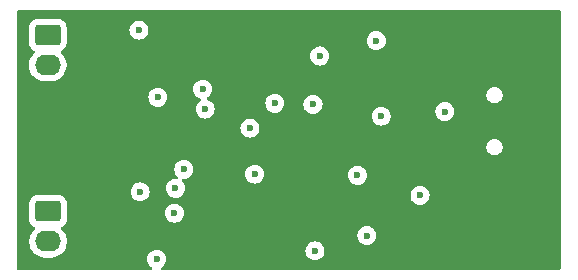
<source format=gbr>
%TF.GenerationSoftware,KiCad,Pcbnew,8.0.6*%
%TF.CreationDate,2025-02-16T10:37:52+01:00*%
%TF.ProjectId,USBTempLogger,55534254-656d-4704-9c6f-676765722e6b,rev?*%
%TF.SameCoordinates,Original*%
%TF.FileFunction,Copper,L3,Inr*%
%TF.FilePolarity,Positive*%
%FSLAX46Y46*%
G04 Gerber Fmt 4.6, Leading zero omitted, Abs format (unit mm)*
G04 Created by KiCad (PCBNEW 8.0.6) date 2025-02-16 10:37:52*
%MOMM*%
%LPD*%
G01*
G04 APERTURE LIST*
G04 Aperture macros list*
%AMRoundRect*
0 Rectangle with rounded corners*
0 $1 Rounding radius*
0 $2 $3 $4 $5 $6 $7 $8 $9 X,Y pos of 4 corners*
0 Add a 4 corners polygon primitive as box body*
4,1,4,$2,$3,$4,$5,$6,$7,$8,$9,$2,$3,0*
0 Add four circle primitives for the rounded corners*
1,1,$1+$1,$2,$3*
1,1,$1+$1,$4,$5*
1,1,$1+$1,$6,$7*
1,1,$1+$1,$8,$9*
0 Add four rect primitives between the rounded corners*
20,1,$1+$1,$2,$3,$4,$5,0*
20,1,$1+$1,$4,$5,$6,$7,0*
20,1,$1+$1,$6,$7,$8,$9,0*
20,1,$1+$1,$8,$9,$2,$3,0*%
G04 Aperture macros list end*
%TA.AperFunction,ComponentPad*%
%ADD10RoundRect,0.250000X-0.845000X0.620000X-0.845000X-0.620000X0.845000X-0.620000X0.845000X0.620000X0*%
%TD*%
%TA.AperFunction,ComponentPad*%
%ADD11O,2.190000X1.740000*%
%TD*%
%TA.AperFunction,ViaPad*%
%ADD12C,0.600000*%
%TD*%
G04 APERTURE END LIST*
D10*
%TO.N,Net-(IC2-T-)*%
%TO.C,J4*%
X140100000Y-102560000D03*
D11*
%TO.N,Net-(IC2-T+)*%
X140100000Y-105100000D03*
%TD*%
D10*
%TO.N,Net-(IC1-T-)*%
%TO.C,J1*%
X140080000Y-87630000D03*
D11*
%TO.N,Net-(IC1-T+)*%
X140080000Y-90170000D03*
%TD*%
D12*
%TO.N,GNDD*%
X171600000Y-101200000D03*
X167900000Y-88100000D03*
X147800000Y-87200000D03*
X149400000Y-92900000D03*
X153200000Y-92200000D03*
X162700000Y-105900000D03*
X162536500Y-93502601D03*
X159300000Y-93400000D03*
X168307485Y-94495657D03*
X167100000Y-104600000D03*
X153400000Y-93900000D03*
X151600000Y-99000000D03*
X147900000Y-100900000D03*
X173700000Y-94100000D03*
X149300000Y-106600000D03*
X157200000Y-95500000D03*
X166300000Y-99500000D03*
%TO.N,+3V3*%
X147800000Y-104700000D03*
X147700000Y-90900000D03*
X155400000Y-97000000D03*
X155400000Y-100200000D03*
X146000000Y-92800000D03*
X157500000Y-91900000D03*
X156800000Y-91900000D03*
X145800000Y-106600000D03*
X164800000Y-103200000D03*
X169500000Y-99100000D03*
X155100000Y-99000000D03*
X165300000Y-104900000D03*
%TO.N,NRST*%
X163100000Y-89400000D03*
X157600000Y-99400000D03*
%TO.N,SCK*%
X150800000Y-102700000D03*
X150890500Y-100600000D03*
%TD*%
%TA.AperFunction,Conductor*%
%TO.N,+3V3*%
G36*
X183442539Y-85520185D02*
G01*
X183488294Y-85572989D01*
X183499500Y-85624500D01*
X183499500Y-107375500D01*
X183479815Y-107442539D01*
X183427011Y-107488294D01*
X183375500Y-107499500D01*
X149803476Y-107499500D01*
X149736437Y-107479815D01*
X149690682Y-107427011D01*
X149680738Y-107357853D01*
X149709763Y-107294297D01*
X149737504Y-107270506D01*
X149802262Y-107229816D01*
X149929816Y-107102262D01*
X150025789Y-106949522D01*
X150085368Y-106779255D01*
X150093671Y-106705565D01*
X150105565Y-106600003D01*
X150105565Y-106599996D01*
X150085369Y-106420750D01*
X150085368Y-106420745D01*
X150025789Y-106250478D01*
X150025188Y-106249522D01*
X149929815Y-106097737D01*
X149802262Y-105970184D01*
X149690559Y-105899996D01*
X161894435Y-105899996D01*
X161894435Y-105900003D01*
X161914630Y-106079249D01*
X161914631Y-106079254D01*
X161974211Y-106249523D01*
X162049969Y-106370090D01*
X162070184Y-106402262D01*
X162197738Y-106529816D01*
X162350478Y-106625789D01*
X162520745Y-106685368D01*
X162520750Y-106685369D01*
X162699996Y-106705565D01*
X162700000Y-106705565D01*
X162700004Y-106705565D01*
X162879249Y-106685369D01*
X162879252Y-106685368D01*
X162879255Y-106685368D01*
X163049522Y-106625789D01*
X163202262Y-106529816D01*
X163329816Y-106402262D01*
X163425789Y-106249522D01*
X163485368Y-106079255D01*
X163485369Y-106079249D01*
X163505565Y-105900003D01*
X163505565Y-105899996D01*
X163485369Y-105720750D01*
X163485368Y-105720745D01*
X163425788Y-105550476D01*
X163329815Y-105397737D01*
X163202262Y-105270184D01*
X163049523Y-105174211D01*
X162879254Y-105114631D01*
X162879249Y-105114630D01*
X162700004Y-105094435D01*
X162699996Y-105094435D01*
X162520750Y-105114630D01*
X162520745Y-105114631D01*
X162350476Y-105174211D01*
X162197737Y-105270184D01*
X162070184Y-105397737D01*
X161974211Y-105550476D01*
X161914631Y-105720745D01*
X161914630Y-105720750D01*
X161894435Y-105899996D01*
X149690559Y-105899996D01*
X149649523Y-105874211D01*
X149479254Y-105814631D01*
X149479249Y-105814630D01*
X149300004Y-105794435D01*
X149299996Y-105794435D01*
X149120750Y-105814630D01*
X149120745Y-105814631D01*
X148950476Y-105874211D01*
X148797737Y-105970184D01*
X148670184Y-106097737D01*
X148574211Y-106250476D01*
X148514631Y-106420745D01*
X148514630Y-106420750D01*
X148494435Y-106599996D01*
X148494435Y-106600003D01*
X148514630Y-106779249D01*
X148514631Y-106779254D01*
X148574211Y-106949523D01*
X148670184Y-107102262D01*
X148797738Y-107229816D01*
X148862496Y-107270506D01*
X148908787Y-107322841D01*
X148919435Y-107391894D01*
X148891060Y-107455743D01*
X148832670Y-107494115D01*
X148796524Y-107499500D01*
X137624500Y-107499500D01*
X137557461Y-107479815D01*
X137511706Y-107427011D01*
X137500500Y-107375500D01*
X137500500Y-101889983D01*
X138504500Y-101889983D01*
X138504500Y-103230001D01*
X138504501Y-103230018D01*
X138515000Y-103332796D01*
X138515001Y-103332799D01*
X138565558Y-103485368D01*
X138570186Y-103499334D01*
X138662288Y-103648656D01*
X138786344Y-103772712D01*
X138935666Y-103864814D01*
X138935668Y-103864814D01*
X138935669Y-103864815D01*
X138936348Y-103865132D01*
X138936735Y-103865473D01*
X138941813Y-103868605D01*
X138941277Y-103869472D01*
X138988787Y-103911304D01*
X139007939Y-103978498D01*
X138987723Y-104045379D01*
X138971625Y-104065195D01*
X138829640Y-104207180D01*
X138702843Y-104381700D01*
X138604909Y-104573908D01*
X138538245Y-104779077D01*
X138504500Y-104992133D01*
X138504500Y-105207866D01*
X138532614Y-105385368D01*
X138538246Y-105420926D01*
X138604908Y-105626089D01*
X138702843Y-105818299D01*
X138829641Y-105992821D01*
X138982179Y-106145359D01*
X139156701Y-106272157D01*
X139348911Y-106370092D01*
X139554074Y-106436754D01*
X139633973Y-106449408D01*
X139767134Y-106470500D01*
X139767139Y-106470500D01*
X140432866Y-106470500D01*
X140551230Y-106451752D01*
X140645926Y-106436754D01*
X140851089Y-106370092D01*
X141043299Y-106272157D01*
X141217821Y-106145359D01*
X141370359Y-105992821D01*
X141497157Y-105818299D01*
X141595092Y-105626089D01*
X141661754Y-105420926D01*
X141692023Y-105229815D01*
X141695500Y-105207866D01*
X141695500Y-104992133D01*
X141673002Y-104850095D01*
X141661754Y-104779074D01*
X141603568Y-104599996D01*
X166294435Y-104599996D01*
X166294435Y-104600003D01*
X166314630Y-104779249D01*
X166314631Y-104779254D01*
X166374211Y-104949523D01*
X166400985Y-104992133D01*
X166470184Y-105102262D01*
X166597738Y-105229816D01*
X166750478Y-105325789D01*
X166920745Y-105385368D01*
X166920750Y-105385369D01*
X167099996Y-105405565D01*
X167100000Y-105405565D01*
X167100004Y-105405565D01*
X167279249Y-105385369D01*
X167279252Y-105385368D01*
X167279255Y-105385368D01*
X167449522Y-105325789D01*
X167602262Y-105229816D01*
X167729816Y-105102262D01*
X167825789Y-104949522D01*
X167885368Y-104779255D01*
X167885388Y-104779077D01*
X167905565Y-104600003D01*
X167905565Y-104599996D01*
X167885369Y-104420750D01*
X167885368Y-104420745D01*
X167871706Y-104381701D01*
X167825789Y-104250478D01*
X167729816Y-104097738D01*
X167602262Y-103970184D01*
X167531858Y-103925946D01*
X167449523Y-103874211D01*
X167279254Y-103814631D01*
X167279249Y-103814630D01*
X167100004Y-103794435D01*
X167099996Y-103794435D01*
X166920750Y-103814630D01*
X166920745Y-103814631D01*
X166750476Y-103874211D01*
X166597737Y-103970184D01*
X166470184Y-104097737D01*
X166374211Y-104250476D01*
X166314631Y-104420745D01*
X166314630Y-104420750D01*
X166294435Y-104599996D01*
X141603568Y-104599996D01*
X141595092Y-104573911D01*
X141497157Y-104381701D01*
X141370359Y-104207179D01*
X141228375Y-104065195D01*
X141194890Y-104003872D01*
X141199874Y-103934180D01*
X141241746Y-103878247D01*
X141263657Y-103865129D01*
X141264322Y-103864817D01*
X141264334Y-103864814D01*
X141413656Y-103772712D01*
X141537712Y-103648656D01*
X141629814Y-103499334D01*
X141684999Y-103332797D01*
X141695500Y-103230009D01*
X141695500Y-102699996D01*
X149994435Y-102699996D01*
X149994435Y-102700003D01*
X150014630Y-102879249D01*
X150014631Y-102879254D01*
X150074211Y-103049523D01*
X150170184Y-103202262D01*
X150297738Y-103329816D01*
X150450478Y-103425789D01*
X150620745Y-103485368D01*
X150620750Y-103485369D01*
X150799996Y-103505565D01*
X150800000Y-103505565D01*
X150800004Y-103505565D01*
X150979249Y-103485369D01*
X150979252Y-103485368D01*
X150979255Y-103485368D01*
X151149522Y-103425789D01*
X151302262Y-103329816D01*
X151429816Y-103202262D01*
X151525789Y-103049522D01*
X151585368Y-102879255D01*
X151605565Y-102700000D01*
X151585368Y-102520745D01*
X151525789Y-102350478D01*
X151429816Y-102197738D01*
X151302262Y-102070184D01*
X151199422Y-102005565D01*
X151149523Y-101974211D01*
X150979254Y-101914631D01*
X150979249Y-101914630D01*
X150800004Y-101894435D01*
X150799996Y-101894435D01*
X150620750Y-101914630D01*
X150620745Y-101914631D01*
X150450476Y-101974211D01*
X150297737Y-102070184D01*
X150170184Y-102197737D01*
X150074211Y-102350476D01*
X150014631Y-102520745D01*
X150014630Y-102520750D01*
X149994435Y-102699996D01*
X141695500Y-102699996D01*
X141695499Y-101889992D01*
X141684999Y-101787203D01*
X141629814Y-101620666D01*
X141537712Y-101471344D01*
X141413656Y-101347288D01*
X141264334Y-101255186D01*
X141097797Y-101200001D01*
X141097795Y-101200000D01*
X140995010Y-101189500D01*
X139204998Y-101189500D01*
X139204981Y-101189501D01*
X139102203Y-101200000D01*
X139102200Y-101200001D01*
X138935668Y-101255185D01*
X138935663Y-101255187D01*
X138786342Y-101347289D01*
X138662289Y-101471342D01*
X138570187Y-101620663D01*
X138570185Y-101620668D01*
X138543148Y-101702262D01*
X138515001Y-101787203D01*
X138515001Y-101787204D01*
X138515000Y-101787204D01*
X138504500Y-101889983D01*
X137500500Y-101889983D01*
X137500500Y-100899996D01*
X147094435Y-100899996D01*
X147094435Y-100900003D01*
X147114630Y-101079249D01*
X147114631Y-101079254D01*
X147174211Y-101249523D01*
X147235642Y-101347289D01*
X147270184Y-101402262D01*
X147397738Y-101529816D01*
X147488080Y-101586582D01*
X147542324Y-101620666D01*
X147550478Y-101625789D01*
X147720745Y-101685368D01*
X147720750Y-101685369D01*
X147899996Y-101705565D01*
X147900000Y-101705565D01*
X147900004Y-101705565D01*
X148079249Y-101685369D01*
X148079252Y-101685368D01*
X148079255Y-101685368D01*
X148249522Y-101625789D01*
X148402262Y-101529816D01*
X148529816Y-101402262D01*
X148625789Y-101249522D01*
X148685368Y-101079255D01*
X148691960Y-101020750D01*
X148705565Y-100900003D01*
X148705565Y-100899996D01*
X148685369Y-100720750D01*
X148685368Y-100720745D01*
X148643116Y-100599996D01*
X150084935Y-100599996D01*
X150084935Y-100600003D01*
X150105130Y-100779249D01*
X150105131Y-100779254D01*
X150164711Y-100949523D01*
X150246224Y-101079249D01*
X150260684Y-101102262D01*
X150388238Y-101229816D01*
X150540978Y-101325789D01*
X150693758Y-101379249D01*
X150711245Y-101385368D01*
X150711250Y-101385369D01*
X150890496Y-101405565D01*
X150890500Y-101405565D01*
X150890504Y-101405565D01*
X151069749Y-101385369D01*
X151069752Y-101385368D01*
X151069755Y-101385368D01*
X151240022Y-101325789D01*
X151392762Y-101229816D01*
X151422582Y-101199996D01*
X170794435Y-101199996D01*
X170794435Y-101200003D01*
X170814630Y-101379249D01*
X170814631Y-101379254D01*
X170874211Y-101549523D01*
X170959569Y-101685368D01*
X170970184Y-101702262D01*
X171097738Y-101829816D01*
X171188080Y-101886582D01*
X171232721Y-101914632D01*
X171250478Y-101925789D01*
X171388860Y-101974211D01*
X171420745Y-101985368D01*
X171420750Y-101985369D01*
X171599996Y-102005565D01*
X171600000Y-102005565D01*
X171600004Y-102005565D01*
X171779249Y-101985369D01*
X171779252Y-101985368D01*
X171779255Y-101985368D01*
X171949522Y-101925789D01*
X172102262Y-101829816D01*
X172229816Y-101702262D01*
X172325789Y-101549522D01*
X172385368Y-101379255D01*
X172391392Y-101325789D01*
X172405565Y-101200003D01*
X172405565Y-101199996D01*
X172385369Y-101020750D01*
X172385368Y-101020745D01*
X172360446Y-100949522D01*
X172325789Y-100850478D01*
X172229816Y-100697738D01*
X172102262Y-100570184D01*
X172070897Y-100550476D01*
X171949523Y-100474211D01*
X171779254Y-100414631D01*
X171779249Y-100414630D01*
X171600004Y-100394435D01*
X171599996Y-100394435D01*
X171420750Y-100414630D01*
X171420745Y-100414631D01*
X171250476Y-100474211D01*
X171097737Y-100570184D01*
X170970184Y-100697737D01*
X170874211Y-100850476D01*
X170814631Y-101020745D01*
X170814630Y-101020750D01*
X170794435Y-101199996D01*
X151422582Y-101199996D01*
X151520316Y-101102262D01*
X151616289Y-100949522D01*
X151675868Y-100779255D01*
X151682460Y-100720750D01*
X151696065Y-100600003D01*
X151696065Y-100599996D01*
X151675869Y-100420750D01*
X151675868Y-100420745D01*
X151673728Y-100414630D01*
X151616289Y-100250478D01*
X151520316Y-100097738D01*
X151431503Y-100008925D01*
X151398018Y-99947602D01*
X151403002Y-99877910D01*
X151444874Y-99821977D01*
X151510338Y-99797560D01*
X151533067Y-99798024D01*
X151599996Y-99805565D01*
X151600000Y-99805565D01*
X151600004Y-99805565D01*
X151779249Y-99785369D01*
X151779252Y-99785368D01*
X151779255Y-99785368D01*
X151949522Y-99725789D01*
X152102262Y-99629816D01*
X152229816Y-99502262D01*
X152294074Y-99399996D01*
X156794435Y-99399996D01*
X156794435Y-99400003D01*
X156814630Y-99579249D01*
X156814631Y-99579254D01*
X156874211Y-99749523D01*
X156937045Y-99849522D01*
X156970184Y-99902262D01*
X157097738Y-100029816D01*
X157188080Y-100086582D01*
X157232721Y-100114632D01*
X157250478Y-100125789D01*
X157261984Y-100129815D01*
X157420745Y-100185368D01*
X157420750Y-100185369D01*
X157599996Y-100205565D01*
X157600000Y-100205565D01*
X157600004Y-100205565D01*
X157779249Y-100185369D01*
X157779252Y-100185368D01*
X157779255Y-100185368D01*
X157949522Y-100125789D01*
X158102262Y-100029816D01*
X158229816Y-99902262D01*
X158325789Y-99749522D01*
X158385368Y-99579255D01*
X158394043Y-99502262D01*
X158394298Y-99499996D01*
X165494435Y-99499996D01*
X165494435Y-99500003D01*
X165514630Y-99679249D01*
X165514631Y-99679254D01*
X165574211Y-99849523D01*
X165635839Y-99947602D01*
X165670184Y-100002262D01*
X165797738Y-100129816D01*
X165950478Y-100225789D01*
X166077352Y-100270184D01*
X166120745Y-100285368D01*
X166120750Y-100285369D01*
X166299996Y-100305565D01*
X166300000Y-100305565D01*
X166300004Y-100305565D01*
X166479249Y-100285369D01*
X166479252Y-100285368D01*
X166479255Y-100285368D01*
X166649522Y-100225789D01*
X166802262Y-100129816D01*
X166929816Y-100002262D01*
X167025789Y-99849522D01*
X167085368Y-99679255D01*
X167088394Y-99652397D01*
X167105565Y-99500003D01*
X167105565Y-99499996D01*
X167085369Y-99320750D01*
X167085368Y-99320745D01*
X167050376Y-99220745D01*
X167025789Y-99150478D01*
X166929816Y-98997738D01*
X166802262Y-98870184D01*
X166649523Y-98774211D01*
X166479254Y-98714631D01*
X166479249Y-98714630D01*
X166300004Y-98694435D01*
X166299996Y-98694435D01*
X166120750Y-98714630D01*
X166120745Y-98714631D01*
X165950476Y-98774211D01*
X165797737Y-98870184D01*
X165670184Y-98997737D01*
X165574211Y-99150476D01*
X165514631Y-99320745D01*
X165514630Y-99320750D01*
X165494435Y-99499996D01*
X158394298Y-99499996D01*
X158405565Y-99400003D01*
X158405565Y-99399996D01*
X158385369Y-99220750D01*
X158385368Y-99220745D01*
X158370848Y-99179249D01*
X158325789Y-99050478D01*
X158229816Y-98897738D01*
X158102262Y-98770184D01*
X158013852Y-98714632D01*
X157949523Y-98674211D01*
X157779254Y-98614631D01*
X157779249Y-98614630D01*
X157600004Y-98594435D01*
X157599996Y-98594435D01*
X157420750Y-98614630D01*
X157420745Y-98614631D01*
X157250476Y-98674211D01*
X157097737Y-98770184D01*
X156970184Y-98897737D01*
X156874211Y-99050476D01*
X156814631Y-99220745D01*
X156814630Y-99220750D01*
X156794435Y-99399996D01*
X152294074Y-99399996D01*
X152325789Y-99349522D01*
X152385368Y-99179255D01*
X152385369Y-99179249D01*
X152405565Y-99000003D01*
X152405565Y-98999996D01*
X152385369Y-98820750D01*
X152385368Y-98820745D01*
X152341170Y-98694435D01*
X152325789Y-98650478D01*
X152303265Y-98614632D01*
X152229815Y-98497737D01*
X152102262Y-98370184D01*
X151949523Y-98274211D01*
X151779254Y-98214631D01*
X151779249Y-98214630D01*
X151600004Y-98194435D01*
X151599996Y-98194435D01*
X151420750Y-98214630D01*
X151420745Y-98214631D01*
X151250476Y-98274211D01*
X151097737Y-98370184D01*
X150970184Y-98497737D01*
X150874211Y-98650476D01*
X150814631Y-98820745D01*
X150814630Y-98820750D01*
X150794435Y-98999996D01*
X150794435Y-99000003D01*
X150814630Y-99179249D01*
X150814631Y-99179254D01*
X150874211Y-99349523D01*
X150970184Y-99502262D01*
X151058996Y-99591074D01*
X151092481Y-99652397D01*
X151087497Y-99722089D01*
X151045625Y-99778022D01*
X150980161Y-99802439D01*
X150957433Y-99801976D01*
X150918235Y-99797560D01*
X150890500Y-99794435D01*
X150890498Y-99794435D01*
X150890497Y-99794435D01*
X150890496Y-99794435D01*
X150711250Y-99814630D01*
X150711245Y-99814631D01*
X150540976Y-99874211D01*
X150388237Y-99970184D01*
X150260684Y-100097737D01*
X150164711Y-100250476D01*
X150105131Y-100420745D01*
X150105130Y-100420750D01*
X150084935Y-100599996D01*
X148643116Y-100599996D01*
X148625789Y-100550478D01*
X148529816Y-100397738D01*
X148402262Y-100270184D01*
X148331608Y-100225789D01*
X148249523Y-100174211D01*
X148079254Y-100114631D01*
X148079249Y-100114630D01*
X147900004Y-100094435D01*
X147899996Y-100094435D01*
X147720750Y-100114630D01*
X147720745Y-100114631D01*
X147550476Y-100174211D01*
X147397737Y-100270184D01*
X147270184Y-100397737D01*
X147174211Y-100550476D01*
X147114631Y-100720745D01*
X147114630Y-100720750D01*
X147094435Y-100899996D01*
X137500500Y-100899996D01*
X137500500Y-97168995D01*
X177199499Y-97168995D01*
X177226418Y-97304322D01*
X177226421Y-97304332D01*
X177279221Y-97431804D01*
X177279228Y-97431817D01*
X177355885Y-97546541D01*
X177355888Y-97546545D01*
X177453454Y-97644111D01*
X177453458Y-97644114D01*
X177568182Y-97720771D01*
X177568195Y-97720778D01*
X177695667Y-97773578D01*
X177695672Y-97773580D01*
X177695676Y-97773580D01*
X177695677Y-97773581D01*
X177831004Y-97800500D01*
X177831007Y-97800500D01*
X177968995Y-97800500D01*
X178060041Y-97782389D01*
X178104328Y-97773580D01*
X178231811Y-97720775D01*
X178346542Y-97644114D01*
X178444114Y-97546542D01*
X178520775Y-97431811D01*
X178573580Y-97304328D01*
X178600500Y-97168993D01*
X178600500Y-97031007D01*
X178600500Y-97031004D01*
X178573581Y-96895677D01*
X178573580Y-96895676D01*
X178573580Y-96895672D01*
X178573578Y-96895667D01*
X178520778Y-96768195D01*
X178520771Y-96768182D01*
X178444114Y-96653458D01*
X178444111Y-96653454D01*
X178346545Y-96555888D01*
X178346541Y-96555885D01*
X178231817Y-96479228D01*
X178231804Y-96479221D01*
X178104332Y-96426421D01*
X178104322Y-96426418D01*
X177968995Y-96399500D01*
X177968993Y-96399500D01*
X177831007Y-96399500D01*
X177831005Y-96399500D01*
X177695677Y-96426418D01*
X177695667Y-96426421D01*
X177568195Y-96479221D01*
X177568182Y-96479228D01*
X177453458Y-96555885D01*
X177453454Y-96555888D01*
X177355888Y-96653454D01*
X177355885Y-96653458D01*
X177279228Y-96768182D01*
X177279221Y-96768195D01*
X177226421Y-96895667D01*
X177226418Y-96895677D01*
X177199500Y-97031004D01*
X177199500Y-97031007D01*
X177199500Y-97168993D01*
X177199500Y-97168995D01*
X177199499Y-97168995D01*
X137500500Y-97168995D01*
X137500500Y-95499996D01*
X156394435Y-95499996D01*
X156394435Y-95500003D01*
X156414630Y-95679249D01*
X156414631Y-95679254D01*
X156474211Y-95849523D01*
X156570184Y-96002262D01*
X156697738Y-96129816D01*
X156850478Y-96225789D01*
X157020745Y-96285368D01*
X157020750Y-96285369D01*
X157199996Y-96305565D01*
X157200000Y-96305565D01*
X157200004Y-96305565D01*
X157379249Y-96285369D01*
X157379252Y-96285368D01*
X157379255Y-96285368D01*
X157549522Y-96225789D01*
X157702262Y-96129816D01*
X157829816Y-96002262D01*
X157925789Y-95849522D01*
X157985368Y-95679255D01*
X158005565Y-95500000D01*
X157985368Y-95320745D01*
X157925789Y-95150478D01*
X157829816Y-94997738D01*
X157702262Y-94870184D01*
X157549523Y-94774211D01*
X157379254Y-94714631D01*
X157379249Y-94714630D01*
X157200004Y-94694435D01*
X157199996Y-94694435D01*
X157020750Y-94714630D01*
X157020745Y-94714631D01*
X156850476Y-94774211D01*
X156697737Y-94870184D01*
X156570184Y-94997737D01*
X156474211Y-95150476D01*
X156414631Y-95320745D01*
X156414630Y-95320750D01*
X156394435Y-95499996D01*
X137500500Y-95499996D01*
X137500500Y-92899996D01*
X148594435Y-92899996D01*
X148594435Y-92900003D01*
X148614630Y-93079249D01*
X148614631Y-93079254D01*
X148674211Y-93249523D01*
X148752558Y-93374211D01*
X148770184Y-93402262D01*
X148897738Y-93529816D01*
X148976410Y-93579249D01*
X149005833Y-93597737D01*
X149050478Y-93625789D01*
X149210691Y-93681850D01*
X149220745Y-93685368D01*
X149220750Y-93685369D01*
X149399996Y-93705565D01*
X149400000Y-93705565D01*
X149400004Y-93705565D01*
X149579249Y-93685369D01*
X149579252Y-93685368D01*
X149579255Y-93685368D01*
X149749522Y-93625789D01*
X149902262Y-93529816D01*
X150029816Y-93402262D01*
X150125789Y-93249522D01*
X150185368Y-93079255D01*
X150185369Y-93079249D01*
X150205565Y-92900003D01*
X150205565Y-92899996D01*
X150185369Y-92720750D01*
X150185368Y-92720745D01*
X150184138Y-92717231D01*
X150125789Y-92550478D01*
X150125188Y-92549522D01*
X150029815Y-92397737D01*
X149902262Y-92270184D01*
X149790559Y-92199996D01*
X152394435Y-92199996D01*
X152394435Y-92200003D01*
X152414630Y-92379249D01*
X152414631Y-92379254D01*
X152474211Y-92549523D01*
X152525411Y-92631007D01*
X152570184Y-92702262D01*
X152697738Y-92829816D01*
X152850478Y-92925789D01*
X152975006Y-92969363D01*
X152989843Y-92974555D01*
X153046619Y-93015277D01*
X153072366Y-93080230D01*
X153058910Y-93148792D01*
X153014860Y-93196591D01*
X152897737Y-93270184D01*
X152770184Y-93397737D01*
X152674211Y-93550476D01*
X152614631Y-93720745D01*
X152614630Y-93720750D01*
X152594435Y-93899996D01*
X152594435Y-93900003D01*
X152614630Y-94079249D01*
X152614631Y-94079254D01*
X152674211Y-94249523D01*
X152770184Y-94402262D01*
X152897738Y-94529816D01*
X153050478Y-94625789D01*
X153220745Y-94685368D01*
X153220750Y-94685369D01*
X153399996Y-94705565D01*
X153400000Y-94705565D01*
X153400004Y-94705565D01*
X153579249Y-94685369D01*
X153579252Y-94685368D01*
X153579255Y-94685368D01*
X153749522Y-94625789D01*
X153902262Y-94529816D01*
X153936425Y-94495653D01*
X167501920Y-94495653D01*
X167501920Y-94495660D01*
X167522115Y-94674906D01*
X167522116Y-94674911D01*
X167581696Y-94845180D01*
X167606948Y-94885368D01*
X167677669Y-94997919D01*
X167805223Y-95125473D01*
X167957963Y-95221446D01*
X168128230Y-95281025D01*
X168128235Y-95281026D01*
X168307481Y-95301222D01*
X168307485Y-95301222D01*
X168307489Y-95301222D01*
X168486734Y-95281026D01*
X168486737Y-95281025D01*
X168486740Y-95281025D01*
X168657007Y-95221446D01*
X168809747Y-95125473D01*
X168937301Y-94997919D01*
X169033274Y-94845179D01*
X169092853Y-94674912D01*
X169101039Y-94602262D01*
X169113050Y-94495660D01*
X169113050Y-94495653D01*
X169092854Y-94316407D01*
X169092853Y-94316402D01*
X169054069Y-94205565D01*
X169033274Y-94146135D01*
X169024654Y-94132417D01*
X169004283Y-94099996D01*
X172894435Y-94099996D01*
X172894435Y-94100003D01*
X172914630Y-94279249D01*
X172914631Y-94279254D01*
X172974211Y-94449523D01*
X173003201Y-94495660D01*
X173070184Y-94602262D01*
X173197738Y-94729816D01*
X173350478Y-94825789D01*
X173477352Y-94870184D01*
X173520745Y-94885368D01*
X173520750Y-94885369D01*
X173699996Y-94905565D01*
X173700000Y-94905565D01*
X173700004Y-94905565D01*
X173879249Y-94885369D01*
X173879252Y-94885368D01*
X173879255Y-94885368D01*
X174049522Y-94825789D01*
X174202262Y-94729816D01*
X174329816Y-94602262D01*
X174425789Y-94449522D01*
X174485368Y-94279255D01*
X174493671Y-94205565D01*
X174505565Y-94100003D01*
X174505565Y-94099996D01*
X174485369Y-93920750D01*
X174485368Y-93920745D01*
X174425789Y-93750478D01*
X174425188Y-93749522D01*
X174382667Y-93681850D01*
X174329816Y-93597738D01*
X174202262Y-93470184D01*
X174049523Y-93374211D01*
X173879254Y-93314631D01*
X173879249Y-93314630D01*
X173700004Y-93294435D01*
X173699996Y-93294435D01*
X173520750Y-93314630D01*
X173520745Y-93314631D01*
X173350476Y-93374211D01*
X173197737Y-93470184D01*
X173070184Y-93597737D01*
X172974211Y-93750476D01*
X172914631Y-93920745D01*
X172914630Y-93920750D01*
X172894435Y-94099996D01*
X169004283Y-94099996D01*
X168937300Y-93993394D01*
X168809747Y-93865841D01*
X168657008Y-93769868D01*
X168486739Y-93710288D01*
X168486734Y-93710287D01*
X168307489Y-93690092D01*
X168307481Y-93690092D01*
X168128235Y-93710287D01*
X168128230Y-93710288D01*
X167957961Y-93769868D01*
X167805222Y-93865841D01*
X167677669Y-93993394D01*
X167581696Y-94146133D01*
X167522116Y-94316402D01*
X167522115Y-94316407D01*
X167501920Y-94495653D01*
X153936425Y-94495653D01*
X154029816Y-94402262D01*
X154125789Y-94249522D01*
X154185368Y-94079255D01*
X154185369Y-94079249D01*
X154205565Y-93900003D01*
X154205565Y-93899996D01*
X154185369Y-93720750D01*
X154185368Y-93720745D01*
X154142326Y-93597738D01*
X154125789Y-93550478D01*
X154031235Y-93399996D01*
X158494435Y-93399996D01*
X158494435Y-93400003D01*
X158514630Y-93579249D01*
X158514631Y-93579254D01*
X158574211Y-93749523D01*
X158638680Y-93852124D01*
X158670184Y-93902262D01*
X158797738Y-94029816D01*
X158950478Y-94125789D01*
X158969420Y-94132417D01*
X159120745Y-94185368D01*
X159120750Y-94185369D01*
X159299996Y-94205565D01*
X159300000Y-94205565D01*
X159300004Y-94205565D01*
X159479249Y-94185369D01*
X159479252Y-94185368D01*
X159479255Y-94185368D01*
X159649522Y-94125789D01*
X159802262Y-94029816D01*
X159929816Y-93902262D01*
X160025789Y-93749522D01*
X160085368Y-93579255D01*
X160085369Y-93579249D01*
X160094006Y-93502597D01*
X161730935Y-93502597D01*
X161730935Y-93502604D01*
X161751130Y-93681850D01*
X161751131Y-93681855D01*
X161810711Y-93852124D01*
X161899478Y-93993395D01*
X161906684Y-94004863D01*
X162034238Y-94132417D01*
X162186978Y-94228390D01*
X162247370Y-94249522D01*
X162357245Y-94287969D01*
X162357250Y-94287970D01*
X162536496Y-94308166D01*
X162536500Y-94308166D01*
X162536504Y-94308166D01*
X162715749Y-94287970D01*
X162715752Y-94287969D01*
X162715755Y-94287969D01*
X162886022Y-94228390D01*
X163038762Y-94132417D01*
X163166316Y-94004863D01*
X163262289Y-93852123D01*
X163321868Y-93681856D01*
X163321869Y-93681850D01*
X163342065Y-93502604D01*
X163342065Y-93502597D01*
X163321869Y-93323351D01*
X163321868Y-93323346D01*
X163296036Y-93249522D01*
X163262289Y-93153079D01*
X163259595Y-93148792D01*
X163186087Y-93031804D01*
X163166316Y-93000339D01*
X163038762Y-92872785D01*
X162886023Y-92776812D01*
X162863683Y-92768995D01*
X177199499Y-92768995D01*
X177226418Y-92904322D01*
X177226421Y-92904332D01*
X177279221Y-93031804D01*
X177279228Y-93031817D01*
X177355885Y-93146541D01*
X177355888Y-93146545D01*
X177453454Y-93244111D01*
X177453458Y-93244114D01*
X177568182Y-93320771D01*
X177568195Y-93320778D01*
X177695667Y-93373578D01*
X177695672Y-93373580D01*
X177695676Y-93373580D01*
X177695677Y-93373581D01*
X177831004Y-93400500D01*
X177831007Y-93400500D01*
X177968995Y-93400500D01*
X178060041Y-93382389D01*
X178104328Y-93373580D01*
X178231811Y-93320775D01*
X178346542Y-93244114D01*
X178444114Y-93146542D01*
X178520775Y-93031811D01*
X178573580Y-92904328D01*
X178588401Y-92829818D01*
X178600500Y-92768995D01*
X178600500Y-92631004D01*
X178573581Y-92495677D01*
X178573580Y-92495676D01*
X178573580Y-92495672D01*
X178533015Y-92397738D01*
X178520778Y-92368195D01*
X178520771Y-92368182D01*
X178444114Y-92253458D01*
X178444111Y-92253454D01*
X178346545Y-92155888D01*
X178346541Y-92155885D01*
X178231817Y-92079228D01*
X178231804Y-92079221D01*
X178104332Y-92026421D01*
X178104322Y-92026418D01*
X177968995Y-91999500D01*
X177968993Y-91999500D01*
X177831007Y-91999500D01*
X177831005Y-91999500D01*
X177695677Y-92026418D01*
X177695667Y-92026421D01*
X177568195Y-92079221D01*
X177568182Y-92079228D01*
X177453458Y-92155885D01*
X177453454Y-92155888D01*
X177355888Y-92253454D01*
X177355885Y-92253458D01*
X177279228Y-92368182D01*
X177279221Y-92368195D01*
X177226421Y-92495667D01*
X177226418Y-92495677D01*
X177199500Y-92631004D01*
X177199500Y-92631007D01*
X177199500Y-92768993D01*
X177199500Y-92768995D01*
X177199499Y-92768995D01*
X162863683Y-92768995D01*
X162715754Y-92717232D01*
X162715749Y-92717231D01*
X162536504Y-92697036D01*
X162536496Y-92697036D01*
X162357250Y-92717231D01*
X162357245Y-92717232D01*
X162186976Y-92776812D01*
X162034237Y-92872785D01*
X161906684Y-93000338D01*
X161810711Y-93153077D01*
X161751131Y-93323346D01*
X161751130Y-93323351D01*
X161730935Y-93502597D01*
X160094006Y-93502597D01*
X160105565Y-93400003D01*
X160105565Y-93399996D01*
X160085369Y-93220750D01*
X160085368Y-93220745D01*
X160061690Y-93153077D01*
X160025789Y-93050478D01*
X160014055Y-93031804D01*
X159963413Y-92951207D01*
X159929816Y-92897738D01*
X159802262Y-92770184D01*
X159800367Y-92768993D01*
X159649523Y-92674211D01*
X159479254Y-92614631D01*
X159479249Y-92614630D01*
X159300004Y-92594435D01*
X159299996Y-92594435D01*
X159120750Y-92614630D01*
X159120745Y-92614631D01*
X158950476Y-92674211D01*
X158797737Y-92770184D01*
X158670184Y-92897737D01*
X158574211Y-93050476D01*
X158514631Y-93220745D01*
X158514630Y-93220750D01*
X158494435Y-93399996D01*
X154031235Y-93399996D01*
X154029816Y-93397738D01*
X153902262Y-93270184D01*
X153749522Y-93174211D01*
X153749519Y-93174209D01*
X153610156Y-93125443D01*
X153553380Y-93084721D01*
X153527633Y-93019769D01*
X153541089Y-92951207D01*
X153585138Y-92903409D01*
X153702262Y-92829816D01*
X153829816Y-92702262D01*
X153925789Y-92549522D01*
X153985368Y-92379255D01*
X153986616Y-92368182D01*
X154005565Y-92200003D01*
X154005565Y-92199996D01*
X153985369Y-92020750D01*
X153985368Y-92020745D01*
X153925788Y-91850476D01*
X153829815Y-91697737D01*
X153702262Y-91570184D01*
X153549523Y-91474211D01*
X153379254Y-91414631D01*
X153379249Y-91414630D01*
X153200004Y-91394435D01*
X153199996Y-91394435D01*
X153020750Y-91414630D01*
X153020745Y-91414631D01*
X152850476Y-91474211D01*
X152697737Y-91570184D01*
X152570184Y-91697737D01*
X152474211Y-91850476D01*
X152414631Y-92020745D01*
X152414630Y-92020750D01*
X152394435Y-92199996D01*
X149790559Y-92199996D01*
X149749523Y-92174211D01*
X149579254Y-92114631D01*
X149579249Y-92114630D01*
X149400004Y-92094435D01*
X149399996Y-92094435D01*
X149220750Y-92114630D01*
X149220745Y-92114631D01*
X149050476Y-92174211D01*
X148897737Y-92270184D01*
X148770184Y-92397737D01*
X148674211Y-92550476D01*
X148614631Y-92720745D01*
X148614630Y-92720750D01*
X148594435Y-92899996D01*
X137500500Y-92899996D01*
X137500500Y-86959983D01*
X138484500Y-86959983D01*
X138484500Y-88300001D01*
X138484501Y-88300018D01*
X138495000Y-88402796D01*
X138495001Y-88402799D01*
X138510484Y-88449522D01*
X138550186Y-88569334D01*
X138642288Y-88718656D01*
X138766344Y-88842712D01*
X138915666Y-88934814D01*
X138915668Y-88934814D01*
X138915669Y-88934815D01*
X138916348Y-88935132D01*
X138916735Y-88935473D01*
X138921813Y-88938605D01*
X138921277Y-88939472D01*
X138968787Y-88981304D01*
X138987939Y-89048498D01*
X138967723Y-89115379D01*
X138951625Y-89135195D01*
X138809640Y-89277180D01*
X138682843Y-89451700D01*
X138584909Y-89643908D01*
X138518245Y-89849077D01*
X138484500Y-90062133D01*
X138484500Y-90277866D01*
X138518245Y-90490922D01*
X138518246Y-90490926D01*
X138584908Y-90696089D01*
X138682843Y-90888299D01*
X138809641Y-91062821D01*
X138962179Y-91215359D01*
X139136701Y-91342157D01*
X139328911Y-91440092D01*
X139534074Y-91506754D01*
X139613973Y-91519408D01*
X139747134Y-91540500D01*
X139747139Y-91540500D01*
X140412866Y-91540500D01*
X140531230Y-91521752D01*
X140625926Y-91506754D01*
X140831089Y-91440092D01*
X141023299Y-91342157D01*
X141197821Y-91215359D01*
X141350359Y-91062821D01*
X141477157Y-90888299D01*
X141575092Y-90696089D01*
X141641754Y-90490926D01*
X141656752Y-90396230D01*
X141675500Y-90277866D01*
X141675500Y-90062133D01*
X141641754Y-89849077D01*
X141641754Y-89849074D01*
X141575092Y-89643911D01*
X141477157Y-89451701D01*
X141439591Y-89399996D01*
X162294435Y-89399996D01*
X162294435Y-89400003D01*
X162314630Y-89579249D01*
X162314631Y-89579254D01*
X162374211Y-89749523D01*
X162470184Y-89902262D01*
X162597738Y-90029816D01*
X162750478Y-90125789D01*
X162920745Y-90185368D01*
X162920750Y-90185369D01*
X163099996Y-90205565D01*
X163100000Y-90205565D01*
X163100004Y-90205565D01*
X163279249Y-90185369D01*
X163279252Y-90185368D01*
X163279255Y-90185368D01*
X163449522Y-90125789D01*
X163602262Y-90029816D01*
X163729816Y-89902262D01*
X163825789Y-89749522D01*
X163885368Y-89579255D01*
X163905565Y-89400000D01*
X163891726Y-89277177D01*
X163885369Y-89220750D01*
X163885368Y-89220745D01*
X163825788Y-89050476D01*
X163729815Y-88897737D01*
X163602262Y-88770184D01*
X163449523Y-88674211D01*
X163279254Y-88614631D01*
X163279249Y-88614630D01*
X163100004Y-88594435D01*
X163099996Y-88594435D01*
X162920750Y-88614630D01*
X162920745Y-88614631D01*
X162750476Y-88674211D01*
X162597737Y-88770184D01*
X162470184Y-88897737D01*
X162374211Y-89050476D01*
X162314631Y-89220745D01*
X162314630Y-89220750D01*
X162294435Y-89399996D01*
X141439591Y-89399996D01*
X141350359Y-89277179D01*
X141208375Y-89135195D01*
X141174890Y-89073872D01*
X141179874Y-89004180D01*
X141221746Y-88948247D01*
X141243657Y-88935129D01*
X141244322Y-88934817D01*
X141244334Y-88934814D01*
X141393656Y-88842712D01*
X141517712Y-88718656D01*
X141609814Y-88569334D01*
X141664999Y-88402797D01*
X141675500Y-88300009D01*
X141675500Y-88099996D01*
X167094435Y-88099996D01*
X167094435Y-88100003D01*
X167114630Y-88279249D01*
X167114631Y-88279254D01*
X167174211Y-88449523D01*
X167249492Y-88569331D01*
X167270184Y-88602262D01*
X167397738Y-88729816D01*
X167550478Y-88825789D01*
X167720745Y-88885368D01*
X167720750Y-88885369D01*
X167899996Y-88905565D01*
X167900000Y-88905565D01*
X167900004Y-88905565D01*
X168079249Y-88885369D01*
X168079252Y-88885368D01*
X168079255Y-88885368D01*
X168249522Y-88825789D01*
X168402262Y-88729816D01*
X168529816Y-88602262D01*
X168625789Y-88449522D01*
X168685368Y-88279255D01*
X168705565Y-88100000D01*
X168692649Y-87985369D01*
X168685369Y-87920750D01*
X168685368Y-87920745D01*
X168625789Y-87750478D01*
X168529816Y-87597738D01*
X168402262Y-87470184D01*
X168249523Y-87374211D01*
X168079254Y-87314631D01*
X168079249Y-87314630D01*
X167900004Y-87294435D01*
X167899996Y-87294435D01*
X167720750Y-87314630D01*
X167720745Y-87314631D01*
X167550476Y-87374211D01*
X167397737Y-87470184D01*
X167270184Y-87597737D01*
X167174211Y-87750476D01*
X167114631Y-87920745D01*
X167114630Y-87920750D01*
X167094435Y-88099996D01*
X141675500Y-88099996D01*
X141675499Y-87199996D01*
X146994435Y-87199996D01*
X146994435Y-87200003D01*
X147014630Y-87379249D01*
X147014631Y-87379254D01*
X147074211Y-87549523D01*
X147104507Y-87597738D01*
X147170184Y-87702262D01*
X147297738Y-87829816D01*
X147388080Y-87886582D01*
X147442450Y-87920745D01*
X147450478Y-87925789D01*
X147620745Y-87985368D01*
X147620750Y-87985369D01*
X147799996Y-88005565D01*
X147800000Y-88005565D01*
X147800004Y-88005565D01*
X147979249Y-87985369D01*
X147979252Y-87985368D01*
X147979255Y-87985368D01*
X148149522Y-87925789D01*
X148302262Y-87829816D01*
X148429816Y-87702262D01*
X148525789Y-87549522D01*
X148585368Y-87379255D01*
X148585369Y-87379249D01*
X148605565Y-87200003D01*
X148605565Y-87199996D01*
X148585369Y-87020750D01*
X148585368Y-87020745D01*
X148564112Y-86959998D01*
X148525789Y-86850478D01*
X148429816Y-86697738D01*
X148302262Y-86570184D01*
X148149523Y-86474211D01*
X147979254Y-86414631D01*
X147979249Y-86414630D01*
X147800004Y-86394435D01*
X147799996Y-86394435D01*
X147620750Y-86414630D01*
X147620745Y-86414631D01*
X147450476Y-86474211D01*
X147297737Y-86570184D01*
X147170184Y-86697737D01*
X147074211Y-86850476D01*
X147014631Y-87020745D01*
X147014630Y-87020750D01*
X146994435Y-87199996D01*
X141675499Y-87199996D01*
X141675499Y-86959992D01*
X141664999Y-86857203D01*
X141609814Y-86690666D01*
X141517712Y-86541344D01*
X141393656Y-86417288D01*
X141244334Y-86325186D01*
X141077797Y-86270001D01*
X141077795Y-86270000D01*
X140975010Y-86259500D01*
X139184998Y-86259500D01*
X139184981Y-86259501D01*
X139082203Y-86270000D01*
X139082200Y-86270001D01*
X138915668Y-86325185D01*
X138915663Y-86325187D01*
X138766342Y-86417289D01*
X138642289Y-86541342D01*
X138550187Y-86690663D01*
X138550185Y-86690668D01*
X138522349Y-86774670D01*
X138495001Y-86857203D01*
X138495001Y-86857204D01*
X138495000Y-86857204D01*
X138484500Y-86959983D01*
X137500500Y-86959983D01*
X137500500Y-85624500D01*
X137520185Y-85557461D01*
X137572989Y-85511706D01*
X137624500Y-85500500D01*
X183375500Y-85500500D01*
X183442539Y-85520185D01*
G37*
%TD.AperFunction*%
%TD*%
M02*

</source>
